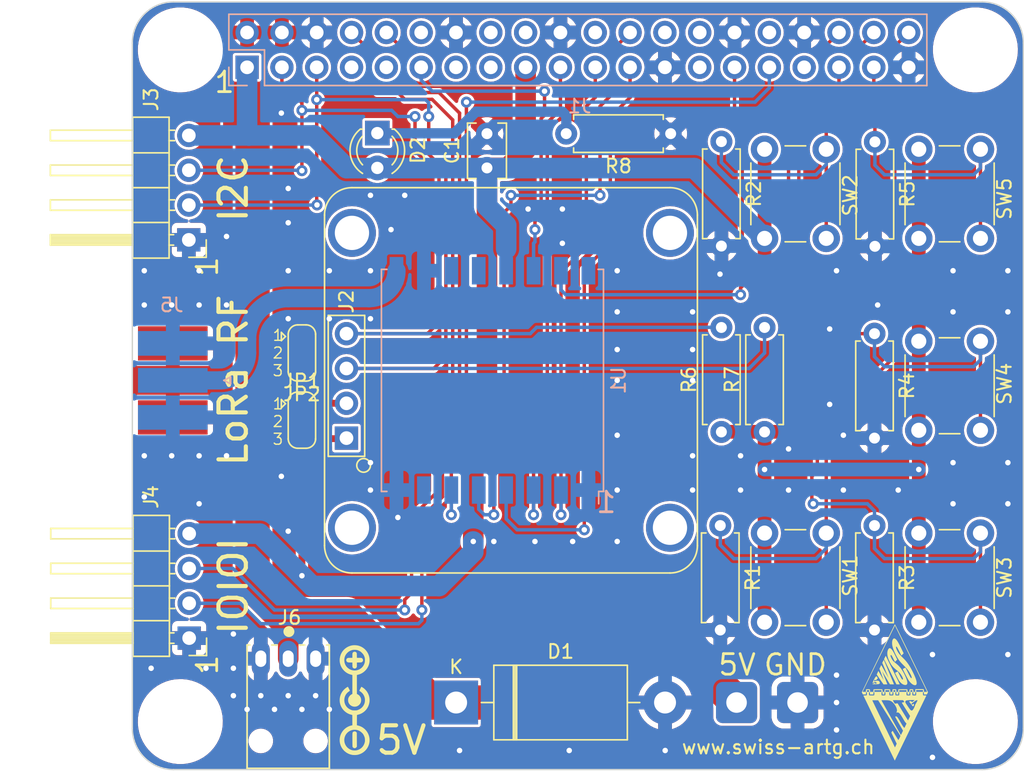
<source format=kicad_pcb>
(kicad_pcb (version 20221018) (generator pcbnew)
  (layers (0 "F.Cu" signal) (31 "B.Cu" signal) (34 "B.Paste" user) (35 "F.Paste" user) (36 "B.SilkS" user "B.Silkscreen") (37 "F.SilkS" user "F.Silkscreen") (38 "B.Mask" user) (39 "F.Mask" user) (44 "Edge.Cuts" user))
  (net 0 "")
  (net 1 "+3V3")
  (net 2 "+5V")
  (net 3 "SDA")
  (net 4 "Net-(D2-K)")
  (net 5 "SCL")
  (net 6 "GND")
  (net 8 "TX")
  (net 9 "SW4")
  (net 10 "RX")
  (net 12 "DID0")
  (net 13 "SW3")
  (net 16 "SW5")
  (net 18 "MOSI")
  (net 19 "SW2")
  (net 20 "MISO")
  (net 22 "SCK")
  (net 23 "CS")
  (net 24 "SW1")
  (net 28 "DID1")
  (net 30 "RESET")
  (net 34 "Net-(J5-In)")
  (net 37 "DP1")
  (net 38 "DP2")
  (footprint "RPi_Hat:RPi_Hat_Mounting_Hole" (layer "F.Cu") (at 171.900001 75.5)
    (fp_text reference "" hide)
    (fp_text value "" hide)
  )
  (footprint "RPi_Hat:RPi_Hat_Mounting_Hole" (layer "F.Cu") (at 113.900001 75.5)
    (fp_text reference "" hide)
    (fp_text value "" hide)
  )
  (footprint "RPi_Hat:RPi_Hat_Mounting_Hole" (layer "F.Cu") (at 113.900001 124.5)
    (fp_text reference "" hide)
    (fp_text value "" hide)
  )
  (footprint "RPi_Hat:RPi_Hat_Mounting_Hole" (layer "F.Cu") (at 171.900001 124.5)
    (fp_text reference "" hide)
    (fp_text value "" hide)
  )
  (footprint "Footprints:PJ-036DH" (layer "F.Cu") (at 121.77 119.9125 90)
    (fp_text reference "J6")
    (fp_text value "PJ-036DH")
  )
  (footprint "Diode_THT:D_DO-201AD_P15.24mm_Horizontal" (layer "F.Cu") (at 134.02 123.11)
    (fp_text reference "D1")
    (fp_text value "EGP30A")
  )
  (footprint "Footprints:R_Axial_DIN0207_L6.3mm_D2.5mm_P7.62mm_Horizontal" (layer "F.Cu") (at 164.57 82.21 -90)
    (fp_text reference "R5")
    (fp_text value "10k")
  )
  (footprint "Footprints:SwissARTG" (layer "F.Cu") (at 166.02 122.36)
    (fp_text reference "G***" hide)
    (fp_text value "LOGO" hide)
  )
  (footprint "Jumper:SolderJumper-3_P1.3mm_Open_RoundedPad1.0x1.5mm" (layer "F.Cu") (at 122.77 97.61 -90)
    (fp_text reference "JP2")
    (fp_text value "Jumper_3_Bridged12")
  )
  (footprint "Button_Switch_THT:SW_PUSH_6mm_H4.3mm" (layer "F.Cu") (at 167.77 89.25 90)
    (fp_text reference "SW5")
    (fp_text value "SW_Push")
  )
  (footprint "Capacitor_THT:C_Disc_D3.8mm_W2.6mm_P2.50mm" (layer "F.Cu") (at 136.27 84.11 90)
    (fp_text reference "C1")
    (fp_text value "0.1µ")
  )
  (footprint "Footprints:R_Axial_DIN0207_L6.3mm_D2.5mm_P7.62mm_Horizontal" (layer "F.Cu") (at 164.54 96.2 -90)
    (fp_text reference "R4")
    (fp_text value "10k")
  )
  (footprint "Footprints:R_Axial_DIN0207_L6.3mm_D2.5mm_P7.62mm_Horizontal" (layer "F.Cu") (at 153.37 82.19 -90)
    (fp_text reference "R2")
    (fp_text value "10k")
  )
  (footprint "Footprints:OLED_Display" (layer "F.Cu") (at 126.02 96.2)
    (fp_text reference "J2")
    (fp_text value "OLED Display")
  )
  (footprint "Button_Switch_THT:SW_PUSH_6mm_H4.3mm" (layer "F.Cu") (at 156.52 117.25 90)
    (fp_text reference "SW1")
    (fp_text value "SW_Push")
  )
  (footprint "Footprints:R_Axial_DIN0207_L6.3mm_D2.5mm_P7.62mm_Horizontal" (layer "F.Cu") (at 156.52 103.37 90)
    (fp_text reference "R7")
    (fp_text value "10k")
  )
  (footprint "Jumper:SolderJumper-3_P1.3mm_Open_RoundedPad1.0x1.5mm" (layer "F.Cu") (at 122.77 102.51 -90)
    (fp_text reference "JP1")
    (fp_text value "Jumper_3_Bridged12")
  )
  (footprint "Footprints:SolderWire" (layer "F.Cu") (at 158.927745 123.11 180)
    (fp_text reference "J8" hide)
    (fp_text value "Conn_01x01_Female")
  )
  (footprint "Button_Switch_THT:SW_PUSH_6mm_H4.3mm" (layer "F.Cu") (at 156.52 89.25 90)
    (fp_text reference "SW2")
    (fp_text value "SW_Push")
  )
  (footprint "Footprints:SolderWire" (layer "F.Cu") (at 154.477745 123.11 180)
    (fp_text reference "J7" hide)
    (fp_text value "Conn_01x01_Female")
  )
  (footprint "Footprints:R_Axial_DIN0207_L6.3mm_D2.5mm_P7.62mm_Horizontal" (layer "F.Cu") (at 153.29 110.2 -90)
    (fp_text reference "R1")
    (fp_text value "10k")
  )
  (footprint "Footprints:R_Axial_DIN0207_L6.3mm_D2.5mm_P7.62mm_Horizontal" (layer "F.Cu") (at 153.37 103.37 90)
    (fp_text reference "R6")
    (fp_text value "10k")
  )
  (footprint "Connector_PinHeader_2.54mm:PinHeader_1x04_P2.54mm_Horizontal" (layer "F.Cu") (at 114.545 118.41 180)
    (fp_text reference "J4")
    (fp_text value "Ext")
  )
  (footprint "Footprints:R_Axial_DIN0207_L6.3mm_D2.5mm_P7.62mm_Horizontal" (layer "F.Cu") (at 149.67 81.61 180)
    (fp_text reference "R8")
    (fp_text value "150")
  )
  (footprint "Footprints:LED_D3.0mm" (layer "F.Cu") (at 128.27 81.57 -90)
    (fp_text reference "D2")
    (fp_text value "PWR")
  )
  (footprint "Button_Switch_THT:SW_PUSH_6mm_H4.3mm" (layer "F.Cu") (at 167.77 103.25 90)
    (fp_text reference "SW4")
    (fp_text value "SW_Push")
  )
  (footprint "Connector_PinHeader_2.54mm:PinHeader_1x04_P2.54mm_Horizontal" (layer "F.Cu") (at 114.52 89.36 180)
    (fp_text reference "J3")
    (fp_text value "Ext")
  )
  (footprint "Footprints:R_Axial_DIN0207_L6.3mm_D2.5mm_P7.62mm_Horizontal" (layer "F.Cu") (at 164.54 110.2 -90)
    (fp_text reference "R3")
    (fp_text value "10k")
  )
  (footprint "Button_Switch_THT:SW_PUSH_6mm_H4.3mm" (layer "F.Cu") (at 167.77 117.25 90)
    (fp_text reference "SW3")
    (fp_text value "SW_Push")
  )
  (footprint "Footprints:Polarisation" (layer "F.Cu") (at 127.02 122.86 90)
    (fp_text reference "G***" hide)
    (fp_text value "LOGO" hide)
  )
  (footprint "Connector_PinSocket_2.54mm:PinSocket_2x20_P2.54mm_Vertical" (layer "B.Cu") (at 118.77 76.77 -90)
    (fp_text reference "J1")
    (fp_text value "GPIO")
  )
  (footprint "RF_Module:HOPERF_RFM9XW_SMD" (layer "B.Cu") (at 136.67 99.61 90)
    (fp_text reference "U1")
    (fp_text value "RFM96W-433S2")
  )
  (footprint "Footprints:SMA_RFSolutions_EDGE" (layer "B.Cu") (at 115.07 99.61)
    (fp_text reference "J5")
    (fp_text value "LoRa RF SMA")
  )
  (gr_circle (center 127.27 105.81) (end 127.77 105.81) (stroke (width 0.12)) (fill none) (layer "F.SilkS"))
  (gr_arc (start 113.400001 128) (mid 111.278681 127.12132) (end 110.400001 125) (stroke (width 0.1)) (layer "Edge.Cuts"))
  (gr_arc (start 175.400001 125) (mid 174.521321 127.12132) (end 172.400001 128) (stroke (width 0.1)) (layer "Edge.Cuts"))
  (gr_arc (start 110.400001 75) (mid 111.278681 72.87868) (end 113.400001 72) (stroke (width 0.1)) (layer "Edge.Cuts"))
  (gr_line (start 113.400001 72) (end 172.400001 72) (stroke (width 0.1)) (layer "Edge.Cuts"))
  (gr_arc (start 172.400001 72) (mid 174.521321 72.87868) (end 175.400001 75) (stroke (width 0.1)) (layer "Edge.Cuts"))
  (gr_line (start 113.400001 128) (end 172.400001 128) (stroke (width 0.1)) (layer "Edge.Cuts"))
  (gr_line (start 110.400001 75) (end 110.400001 125) (stroke (width 0.1)) (layer "Edge.Cuts"))
  (gr_line (start 175.400001 75) (end 175.400001 125) (stroke (width 0.1)) (layer "Edge.Cuts"))
  (gr_text "1" (at 144.97 108.51) (layer "B.SilkS") (effects (font (size 1.5 1.5) (thickness 0.2)) (justify mirror)))
  (gr_text "IOIOI" (at 117.77 114.61 90) (layer "F.SilkS") (effects (font (size 2 2) (thickness 0.3))))
  (gr_text "1\n2\n3" (at 121.02 97.61) (layer "F.SilkS") (effects (font (size 0.8 0.8) (thickness 0.1))))
  (gr_text "I2C" (at 117.77 85.61 90) (layer "F.SilkS") (effects (font (size 2 2) (thickness 0.3))))
  (gr_text "5V" (at 130.02 125.86) (layer "F.SilkS") (effects (font (size 2 2) (thickness 0.3))))
  (gr_text "GND" (at 158.77 120.36) (layer "F.SilkS") (effects (font (size 1.5 1.5) (thickness 0.2))))
  (gr_text "1\n2\n3" (at 121.02 102.61) (layer "F.SilkS") (effects (font (size 0.8 0.8) (thickness 0.1))))
  (gr_text "LoRa RF" (at 117.77 99.61 90) (layer "F.SilkS") (effects (font (size 2 2) (thickness 0.3))))
  (gr_text "www.swiss-artg.ch" (at 157.52 126.36) (layer "F.SilkS") (effects (font (size 1 1))))
  (gr_text "1" (at 117.12 77.86) (layer "F.SilkS") (effects (font (size 1.5 1.5) (thickness 0.2))))
  (gr_text "5V" (at 154.52 120.36) (layer "F.SilkS") (effects (font (size 1.5 1.5) (thickness 0.2))))
  (gr_text "1" (at 115.87 91.31 90) (layer "F.SilkS") (effects (font (size 1.5 1.5) (thickness 0.2))))
  (gr_text "1" (at 115.87 120.36 90) (layer "F.SilkS") (effects (font (size 1.5 1.5) (thickness 0.2))))
  (segment (start 156.52 110.75) (end 156.52 117.25) (width 1) (layer "F.Cu") (net 1))
  (segment (start 167.77 82.75) (end 167.77 89.25) (width 1) (layer "F.Cu") (net 1))
  (segment (start 121.920978 96.31) (end 121.27 96.960978) (width 0.5) (layer "F.Cu") (net 1))
  (segment (start 137.77 84.11) (end 139.09 82.79) (width 1.5) (layer "F.Cu") (net 1))
  (segment (start 167.77 103.25) (end 167.77 110.75) (width 1) (layer "F.Cu") (net 1))
  (segment (start 121.27 103.11) (end 121.97 103.81) (width 0.5) (layer "F.Cu") (net 1))
  (segment (start 139.09 82.79) (end 139.09 76.77) (width 1.5) (layer "F.Cu") (net 1))
  (segment (start 158.02 103.36) (end 156.52 103.36) (width 1) (layer "F.Cu") (net 1))
  (segment (start 156.52 106.11) (end 156.52 103.36) (width 1) (layer "F.Cu") (net 1))
  (segment (start 167.77 110.75) (end 167.77 117.25) (width 1) (layer "F.Cu") (net 1))
  (segment (start 121.27 96.960978) (end 121.27 103.11) (width 0.5) (layer "F.Cu") (net 1))
  (segment (start 122.77 103.81) (end 122.77 113.86) (width 0.5) (layer "F.Cu") (net 1))
  (segment (start 156.52 89.25) (end 156.52 91.86) (width 1) (layer "F.Cu") (net 1))
  (segment (start 122.77 96.31) (end 121.920978 96.31) (width 0.5) (layer "F.Cu") (net 1))
  (segment (start 167.77 89.25) (end 167.77 96.75) (width 1) (layer "F.Cu") (net 1))
  (segment (start 121.97 103.81) (end 122.77 103.81) (width 0.5) (layer "F.Cu") (net 1))
  (segment (start 136.27 101.61) (end 135.27 102.61) (width 1.5) (layer "F.Cu") (net 1))
  (segment (start 156.52 110.75) (end 156.52 106.11) (width 1) (layer "F.Cu") (net 1))
  (segment (start 159.02 102.36) (end 158.02 103.36) (width 1) (layer "F.Cu") (net 1))
  (segment (start 135.27 111.36) (end 135.27 102.61) (width 1.5) (layer "F.Cu") (net 1))
  (segment (start 156.52 91.86) (end 159.02 94.36) (width 1) (layer "F.Cu") (net 1))
  (segment (start 156.52 103.36) (end 153.37 103.36) (width 1) (layer "F.Cu") (net 1))
  (segment (start 136.27 84.11) (end 136.27 101.61) (width 1.5) (layer "F.Cu") (net 1))
  (segment (start 159.02 94.36) (end 159.02 102.36) (width 1) (layer "F.Cu") (net 1))
  (segment (start 167.77 96.75) (end 167.77 103.25) (width 1) (layer "F.Cu") (net 1))
  (segment (start 137.77 84.11) (end 136.27 84.11) (width 1.5) (layer "F.Cu") (net 1))
  (segment (start 156.52 82.75) (end 156.52 89.25) (width 1) (layer "F.Cu") (net 1))
  (via (at 156.52 106.11) (size 0.8) (drill 0.4) (layers "F.Cu" "B.Cu") (net 1))
  (via (at 122.77 113.86) (size 0.8) (drill 0.4) (layers "F.Cu" "B.Cu") (net 1))
  (via (at 167.77 106.11) (size 0.8) (drill 0.4) (layers "F.Cu" "B.Cu") (net 1))
  (via (at 135.27 111.36) (size 0.8) (drill 0.4) (layers "F.Cu" "B.Cu") (net 1))
  (segment (start 122.77 113.86) (end 123.52 114.61) (width 1.5) (layer "B.Cu") (net 1))
  (segment (start 151.395 84.125) (end 156.52 89.25) (width 1.5) (layer "B.Cu") (net 1))
  (segment (start 136.285 84.125) (end 151.395 84.125) (width 1.5) (layer "B.Cu") (net 1))
  (segment (start 136.27 86.91) (end 136.27 84.11) (width 1.5) (layer "B.Cu") (net 1))
  (segment (start 114.545 110.79) (end 119.7 110.79) (width 1.5) (layer "B.Cu") (net 1))
  (segment (start 119.7 110.79) (end 122.77 113.86) (width 1.5) (layer "B.Cu") (net 1))
  (segment (start 126.035 84.125) (end 127.77 84.125) (width 1.5) (layer "B.Cu") (net 1))
  (segment (start 123.52 114.61) (end 132.77 114.61) (width 1.5) (layer "B.Cu") (net 1))
  (segment (start 123.65 81.74) (end 126.035 84.125) (width 1.5) (layer "B.Cu") (net 1))
  (segment (start 114.52 81.74) (end 118.89 81.74) (width 1.5) (layer "B.Cu") (net 1))
  (segment (start 156.52 106.11) (end 167.77 106.11) (width 1) (layer "B.Cu") (net 1))
  (segment (start 137.67 88.31) (end 137.67 90.01) (width 1.5) (layer "B.Cu") (net 1))
  (segment (start 136.27 84.14) (end 136.285 84.125) (width 1.5) (layer "B.Cu") (net 1))
  (segment (start 136.27 86.91) (end 137.67 88.31) (width 1.5) (layer "B.Cu") (net 1))
  (segment (start 137.67 91.61) (end 137.67 90.01) (width 0.75) (layer "B.Cu") (net 1))
  (segment (start 118.77 81.62) (end 118.77 76.77) (width 1.5) (layer "B.Cu") (net 1))
  (segment (start 135.035 84.125) (end 136.285 84.125) (width 1.5) (layer "B.Cu") (net 1))
  (segment (start 118.89 81.74) (end 123.65 81.74) (width 1.5) (layer "B.Cu") (net 1))
  (segment (start 118.89 81.74) (end 118.77 81.62) (width 1.5) (layer "B.Cu") (net 1))
  (segment (start 132.77 114.61) (end 135.27 112.11) (width 1.5) (layer "B.Cu") (net 1))
  (segment (start 127.77 84.125) (end 135.035 84.125) (width 1.5) (layer "B.Cu") (net 1))
  (segment (start 135.27 112.11) (end 135.27 111.36) (width 1.5) (layer "B.Cu") (net 1))
  (segment (start 141.27 123.11) (end 144.77 119.61) (width 2.5) (layer "F.Cu") (net 2))
  (segment (start 144.77 119.61) (end 150.977745 119.61) (width 2.5) (layer "F.Cu") (net 2))
  (segment (start 121.47 116.86) (end 126.02 116.86) (width 2.5) (layer "F.Cu") (net 2))
  (segment (start 119.17 114.56) (end 121.47 116.86) (width 2.5) (layer "F.Cu") (net 2))
  (segment (start 121.77 117.16) (end 121.47 116.86) (width 1.5) (layer "F.Cu") (net 2))
  (segment (start 126.02 116.86) (end 132.27 123.11) (width 2.5) (layer "F.Cu") (net 2))
  (segment (start 121.77 119.9125) (end 121.77 117.16) (width 1.5) (layer "F.Cu") (net 2))
  (segment (start 132.27 123.11) (end 134.02 123.11) (width 2.5) (layer "F.Cu") (net 2))
  (segment (start 150.977745 119.61) (end 154.477745 123.11) (width 2.5) (layer "F.Cu") (net 2))
  (segment (start 119.17 80.01) (end 119.17 114.56) (width 2.5) (layer "F.Cu") (net 2))
  (segment (start 134.02 123.11) (end 141.27 123.11) (width 2.5) (layer "F.Cu") (net 2))
  (segment (start 132.77 84.61) (end 132.77 95.36) (width 0.25) (layer "F.Cu") (net 3))
  (segment (start 122.77 79.91) (end 122.77 84.11) (width 0.25) (layer "F.Cu") (net 3))
  (segment (start 131.02 80.36) (end 131.02 82.86) (width 0.25) (layer "F.Cu") (net 3))
  (segment (start 131.02 82.86) (end 132.77 84.61) (width 0.25) (layer "F.Cu") (net 3))
  (segment (start 121.31 77.9) (end 122.77 79.36) (width 0.25) (layer "F.Cu") (net 3))
  (segment (start 122.77 79.36) (end 122.77 79.91) (width 0.25) (layer "F.Cu") (net 3))
  (segment (start 121.31 76.77) (end 121.31 77.9) (width 0.25) (layer "F.Cu") (net 3))
  (segment (start 131.93 96.2) (end 126.02 96.2) (width 0.25) (layer "F.Cu") (net 3))
  (segment (start 132.77 95.36) (end 131.93 96.2) (width 0.25) (layer "F.Cu") (net 3))
  (via (at 131.02 80.36) (size 0.8) (drill 0.4) (layers "F.Cu" "B.Cu") (net 3))
  (via (at 122.77 79.91) (size 0.8) (drill 0.4) (layers "F.Cu" "B.Cu") (net 3))
  (via (at 122.77 84.31) (size 0.8) (drill 0.4) (layers "F.Cu" "B.Cu") (net 3))
  (segment (start 139.89 95.74) (end 153.37 95.74) (width 0.25) (layer "B.Cu") (net 3))
  (segment (start 122.74 84.28) (end 114.52 84.28) (width 0.25) (layer "B.Cu") (net 3))
  (segment (start 129.32 79.91) (end 129.77 80.36) (width 0.25) (layer "B.Cu") (net 3))
  (segment (start 122.77 79.91) (end 129.32 79.91) (width 0.25) (layer "B.Cu") (net 3))
  (segment (start 122.77 84.31) (end 122.74 84.28) (width 0.25) (layer "B.Cu") (net 3))
  (segment (start 139.43 96.2) (end 139.89 95.74) (width 0.25) (layer "B.Cu") (net 3))
  (segment (start 129.77 80.36) (end 131.02 80.36) (width 0.25) (layer "B.Cu") (net 3))
  (segment (start 126.02 96.2) (end 139.43 96.2) (width 0.25) (layer "B.Cu") (net 3))
  (segment (start 133.895 81.585) (end 135.47 80.01) (width 0.75) (layer "B.Cu") (net 4))
  (segment (start 142.07 80.31) (end 142.06 80.32) (width 0.75) (layer "B.Cu") (net 4))
  (segment (start 141.77 80.01) (end 142.07 80.31) (width 0.75) (layer "B.Cu") (net 4))
  (segment (start 135.47 80.01) (end 141.77 80.01) (width 0.75) (layer "B.Cu") (net 4))
  (segment (start 142.06 80.32) (end 142.06 81.61) (width 0.75) (layer "B.Cu") (net 4))
  (segment (start 128.27 81.585) (end 133.895 81.585) (width 0.75) (layer "B.Cu") (net 4))
  (segment (start 132.02 83.11) (end 133.27 84.36) (width 0.25) (layer "F.Cu") (net 5))
  (segment (start 123.85 86.79) (end 123.87 86.81) (width 0.25) (layer "F.Cu") (net 5))
  (segment (start 123.85 76.77) (end 123.85 79.13) (width 0.25) (layer "F.Cu") (net 5))
  (segment (start 123.85 79.13) (end 123.85 86.79) (width 0.25) (layer "F.Cu") (net 5))
  (segment (start 132.39 98.74) (end 126.02 98.74) (width 0.25) (layer "F.Cu") (net 5))
  (segment (start 133.27 84.36) (end 133.27 97.86) (width 0.25) (layer "F.Cu") (net 5))
  (segment (start 133.27 97.86) (end 132.39 98.74) (width 0.25) (layer "F.Cu") (net 5))
  (segment (start 132.02 80.36) (end 132.02 83.11) (width 0.25) (layer "F.Cu") (net 5))
  (via (at 123.87 86.81) (size 0.8) (drill 0.4) (layers "F.Cu" "B.Cu") (net 5))
  (via (at 132.02 80.36) (size 0.8) (drill 0.4) (layers "F.Cu" "B.Cu") (net 5))
  (via (at 123.85 79.13) (size 0.8) (drill 0.4) (layers "F.Cu" "B.Cu") (net 5))
  (segment (start 129.29 79.13) (end 131.79 79.13) (width 0.25) (layer "B.Cu") (net 5))
  (segment (start 131.79 79.13) (end 132.02 79.36) (width 0.25) (layer "B.Cu") (net 5))
  (segment (start 126.02 98.74) (end 134.64 98.74) (width 0.25) (layer "B.Cu") (net 5))
  (segment (start 132.02 79.36) (end 132.02 80.36) (width 0.25) (layer "B.Cu") (net 5))
  (segment (start 134.64 98.74) (end 155.39 98.74) (width 0.25) (layer "B.Cu") (net 5))
  (segment (start 123.87 79.11) (end 123.85 79.13) (width 0.25) (layer "B.Cu") (net 5))
  (segment (start 155.39 98.74) (end 156.52 97.61) (width 0.25) (layer "B.Cu") (net 5))
  (segment (start 156.52 97.61) (end 156.52 95.74) (width 0.25) (layer "B.Cu") (net 5))
  (segment (start 123.87 86.81) (end 123.86 86.82) (width 0.25) (layer "B.Cu") (net 5))
  (segment (start 123.85 79.13) (end 129.29 79.13) (width 0.25) (layer "B.Cu") (net 5))
  (segment (start 123.86 86.82) (end 114.52 86.82) (width 0.25) (layer "B.Cu") (net 5))
  (via (at 117.27 105.11) (size 0.8) (drill 0.4) (layers "F.Cu" "B.Cu") (net 6))
  (via (at 166.27 107.61) (size 0.8) (drill 0.4) (layers "F.Cu" "B.Cu") (net 6))
  (via (at 111.27 91.61) (size 0.8) (drill 0.4) (layers "F.Cu" "B.Cu") (net 6))
  (via (at 121.77 95.11) (size 0.8) (drill 0.4) (layers "F.Cu" "B.Cu") (net 6))
  (via (at 121.77 110.61) (size 0.8) (drill 0.4) (layers "F.Cu" "B.Cu") (net 6))
  (via (at 121.27 106.61) (size 0.8) (drill 0.4) (layers "F.Cu" "B.Cu") (net 6))
  (via (at 124.77 95.11) (size 0.8) (drill 0.4) (layers "F.Cu" "B.Cu") (net 6))
  (via (at 145.77 97.36) (size 0.8) (drill 0.4) (layers "F.Cu" "B.Cu") (net 6))
  (via (at 158.27 104.61) (size 0.8) (drill 0.4) (layers "F.Cu" "B.Cu") (net 6))
  (via (at 142.52 111.36) (size 0.8) (drill 0.4) (layers "F.Cu" "B.Cu") (net 6))
  (via (at 139.27 87.11) (size 0.8) (drill 0.4) (layers "F.Cu" "B.Cu") (net 6))
  (via (at 161.77 91.61) (size 0.8) (drill 0.4) (layers "F.Cu" "B.Cu") (net 6))
  (via (at 164.77 94.11) (size 0.8) (drill 0.4) (layers "F.Cu" "B.Cu") (net 6))
  (via (at 151.27 107.61) (size 0.8) (drill 0.4) (layers "F.Cu" "B.Cu") (net 6))
  (via (at 141.77 87.11) (size 0.8) (drill 0.4) (layers "F.Cu" "B.Cu") (net 6))
  (via (at 170.27 94.61) (size 0.8) (drill 0.4) (layers "F.Cu" "B.Cu") (net 6))
  (via (at 121.77 122.61) (size 0.8) (drill 0.4) (layers "F.Cu" "B.Cu") (net 6))
  (via (at 174.27 108.61) (size 0.8) (drill 0.4) (layers "F.Cu" "B.Cu") (net 6))
  (via (at 115.27 105.11) (size 0.8) (drill 0.4) (layers "F.Cu" "B.Cu") (net 6))
  (via (at 113.27 105.11) (size 0.8) (drill 0.4) (layers "F.Cu" "B.Cu") (net 6))
  (via (at 162.27 107.61) (size 0.8) (drill 0.4) (layers "F.Cu" "B.Cu") (net 6))
  (via (at 111.27 108.11) (size 0.8) (drill 0.4) (layers "F.Cu" "B.Cu") (net 6))
  (via (at 151.27 99.61) (size 0.8) (drill 0.4) (layers "F.Cu" "B.Cu") (net 6))
  (via (at 115.27 108.61) (size 0.8) (drill 0.4) (layers "F.Cu" "B.Cu") (net 6))
  (via (at 154.77 105.11) (size 0.8) (drill 0.4) (layers "F.Cu" "B.Cu") (net 6))
  (via (at 145.77 94.61) (size 0.8) (drill 0.4) (layers "F.Cu" "B.Cu") (net 6))
  (via (at 154.77 107.61) (size 0.8) (drill 0.4) (layers "F.Cu" "B.Cu") (net 6))
  (via (at 161.77 121.11) (size 0.8) (drill 0.4) (layers "F.Cu" "B.Cu") (net 6))
  (via (at 162.27 103.61) (size 0.8) (drill 0.4) (layers "F.Cu" "B.Cu") (net 6))
  (via (at 174.27 105.61) (size 0.8) (drill 0.4) (layers "F.Cu" "B.Cu") (net 6))
  (via (at 121.77 85.61) (size 0.8) (drill 0.4) (layers "F.Cu" "B.Cu") (net 6))
  (via (at 118.77 123.61) (size 0.8) (drill 0.4) (layers "F.Cu" "B.Cu") (net 6))
  (via (at 149.27 126.61) (size 0.8) (drill 0.4) (layers "F.Cu" "B.Cu") (net 6))
  (via (at 168.77 119.61) (size 0.8) (drill 0.4) (layers "F.Cu" "B.Cu") (net 6))
  (via (at 127.77 107.61) (size 0.8) (drill 0.4) (layers "F.Cu" "B.Cu") (net 6))
  (via (at 127.77 91.61) (size 0.8) (drill 0.4) (layers "F.Cu" "B.Cu") (net 6))
  (via (at 170.27 105.61) (size 0.8) (drill 0.4) (layers "F.Cu" "B.Cu") (net 6))
  (via (at 151.27 105.11) (size 0.8) (drill 0.4) (layers "F.Cu" "B.Cu") (net 6))
  (via (at 117.77 118.11) (size 0.8) (drill 0.4) (layers "F.Cu" "B.Cu") (net 6))
  (via (at 174.27 91.61) (size 0.8) (drill 0.4) (layers "F.Cu" "B.Cu") (net 6))
  (via (at 122.77 123.61) (size 0.8) (drill 0.4) (layers "F.Cu" "B.Cu") (net 6))
  (via (at 161.77 125.11) (size 0.8) (drill 0.4) (layers "F.Cu" "B.Cu") (net 6))
  (via (at 145.77 103.61) (size 0.8) (drill 0.4) (layers "F.Cu" "B.Cu") (net 6))
  (via (at 151.27 94.61) (size 0.8) (drill 0.4) (layers "F.Cu" "B.Cu") (net 6))
  (via (at 120.77 123.61) (size 0.8) (drill 0.4) (layers "F.Cu" "B.Cu") (net 6))
  (via (at 136.77 111.36) (size 0.8) (drill 0.4) (layers "F.Cu" "B.Cu") (net 6))
  (via (at 111.77 120.61) (size 0.8) (drill 0.4) (layers "F.Cu" "B.Cu") (net 6))
  (via (at 145.77 111.36) (size 0.8) (drill 0.4) (layers "F.Cu" "B.Cu") (net 6))
  (via (at 134.27 126.61) (size 0.8) (drill 0.4) (layers "F.Cu" "B.Cu") (net 6))
  (via (at 161.27 95.86) (size 0.8) (drill 0.4) (layers "F.Cu" "B.Cu") (net 6))
  (via (at 145.77 107.61) (size 0.8) (drill 0.4) (layers "F.Cu" "B.Cu") (net 6))
  (via (at 158.27 107.61) (size 0.8) (drill 0.4) (layers "F.Cu" "B.Cu") (net 6))
  (via (at 161.27 101.36) (size 0.8) (drill 0.4) (layers "F.Cu" "B.Cu") (net 6))
  (via (at 117.77 122.61) (size 0.8) (drill 0.4) (layers "F.Cu" "B.Cu") (net 6))
  (via (at 129.27 88.61) (size 0.8) (drill 0.4) (layers "F.Cu" "B.Cu") (net 6))
  (via (at 124.77 123.61) (size 0.8) (drill 0.4) (layers "F.Cu" "B.Cu") (net 6))
  (via (at 113.27 94.11) (size 0.8) (drill 0.4) (layers "F.Cu" "B.Cu") (net 6))
  (via (at 117.77 120.61) (size 0.8) (drill 0.4) (layers "F.Cu" "B.Cu") (net 6))
  (via (at 115.27 91.61) (size 0.8) (drill 0.4) (layers "F.Cu" "B.Cu") (net 6))
  (via (at 115.77 120.61) (size 0.8) (drill 0.4) (layers "F.Cu" "B.Cu") (net 6))
  (via (at 111.27 105.11) (size 0.8) (drill 0.4) (layers "F.Cu" "B.Cu") (net 6))
  (via (at 129.77 109.61) (size 0.8) (drill 0.4) (layers "F.Cu" "B.Cu") (net 6))
  (via (at 161.77 123.11) (size 0.8) (drill 0.4) (layers "F.Cu" "B.Cu") (net 6))
  (via (at 151.27 97.36) (size 0.8) (drill 0.4) (layers "F.Cu" "B.Cu") (net 6))
  (via (at 124.77 91.61) (size 0.8) (drill 0.4) (layers "F.Cu" "B.Cu") (net 6))
  (via (at 130.27 86.11) (size 0.8) (drill 0.4) (layers "F.Cu" "B.Cu") (net 6))
  (via (at 121.27 80.11) (size 0.8) (drill 0.4) (layers "F.Cu" "B.Cu") (net 6))
  (via (at 174.27 94.61) (size 0.8) (drill 0.4) (layers "F.Cu" "B.Cu") (net 6))
  (via (at 121.77 88.11) (size 0.8) (drill 0.4) (layers "F.Cu" "B.Cu") (net 6))
  (via (at 170.27 108.61) (size 0.8) (drill 0.4) (layers "F.Cu" "B.Cu") (net 6))
  (via (at 111.27 94.11) (size 0.8) (drill 0.4) (layers "F.Cu" "B.Cu") (net 6))
  (via (at 127.77 95.11) (size 0.8) (drill 0.4) (layers "F.Cu" "B.Cu") (net 6))
  (via (at 119.77 122.61) (size 0.8) (drill 0.4) (layers "F.Cu" "B.Cu") (net 6))
  (via (at 115.27 94.11) (size 0.8) (drill 0.4) (layers "F.Cu" "B.Cu") (net 6))
  (via (at 127.77 105.61) (size 0.8) (drill 0.4) (layers "F.Cu" "B.Cu") (net 6))
  (via (at 121.77 91.61) (size 0.8) (drill 0.4) (layers "F.Cu" "B.Cu") (net 6))
  (via (at 142.27 126.61) (size 0.8) (drill 0.4) (layers "F.Cu" "B.Cu") (net 6))
  (via (at 153.27 91.86) (size 0.8) (drill 0.4) (layers "F.Cu" "B.Cu") (net 6))
  (via (at 123.77 122.61) (size 0.8) (drill 0.4) (layers "F.Cu" "B.Cu") (net 6))
  (via (at 117.27 94.11) (size 0.8) (drill 0.4) (layers "F.Cu" "B.Cu") (net 6))
  (via (at 145.77 99.61) (size 0.8) (drill 0.4) (layers "F.Cu" "B.Cu") (net 6))
  (via (at 168.77 127.11) (size 0.8) (drill 0.4) (layers "F.Cu" "B.Cu") (net 6))
  (via (at 127.77 86.11) (size 0.8) (drill 0.4) (layers "F.Cu" "B.Cu") (net 6))
  (via (at 145.77 91.61) (size 0.8) (drill 0.4) (layers "F.Cu" "B.Cu") (net 6))
  (via (at 139.77 111.36) (size 0.8) (drill 0.4) (layers "F.Cu" "B.Cu") (net 6))
  (via (at 141.77 89.61) (size 0.8) (drill 0.4) (layers "F.Cu" "B.Cu") (net 6))
  (via (at 174.27 119.61) (size 0.8) (drill 0.4) (layers "F.Cu" "B.Cu") (net 6))
  (via (at 117.27 89.11) (size 0.8) (drill 0.4) (layers "F.Cu" "B.Cu") (net 6))
  (via (at 170.27 91.61) (size 0.8) (drill 0.4) (layers "F.Cu" "B.Cu") (net 6))
  (segment (start 128.27 78.61) (end 129.77 78.61) (width 0.25) (layer "F.Cu") (net 8))
  (segment (start 132.52 101.36) (end 133.77 100.11) (width 0.25) (layer "F.Cu") (net 8))
  (segment (start 127.66 75.5) (end 127.66 77.75) (width 0.25) (layer "F.Cu") (net 8))
  (segment (start 130.27 115.61) (end 130.77 115.11) (width 0.25) (layer "F.Cu") (net 8))
  (segment (start 130.77 109.61) (end 132.52 107.86) (width 0.25) (layer "F.Cu") (net 8))
  (segment (start 127.66 77.75) (end 127.66 78) (width 0.25) (layer "F.Cu") (net 8))
  (segment (start 133.77 100.11) (end 133.77 80.61) (width 0.25) (layer "F.Cu") (net 8))
  (segment (start 127.66 78) (end 128.27 78.61) (width 0.25) (layer "F.Cu") (net 8))
  (segment (start 130.77 115.11) (end 130.77 109.61) (width 0.25) (layer "F.Cu") (net 8))
  (segment (start 133.77 80.61) (end 132.27 79.11) (width 0.25) (layer "F.Cu") (net 8))
  (segment (start 130.27 116.36) (end 130.27 115.61) (width 0.25) (layer "F.Cu") (net 8))
  (segment (start 130.27 79.11) (end 132.27 79.11) (width 0.25) (layer "F.Cu") (net 8))
  (segment (start 126.39 74.23) (end 127.66 75.5) (width 0.25) (layer "F.Cu") (net 8))
  (segment (start 132.52 107.86) (end 132.52 101.36) (width 0.25) (layer "F.Cu") (net 8))
  (segment (start 129.77 78.61) (end 130.27 79.11) (width 0.25) (layer "F.Cu") (net 8))
  (via (at 130.27 116.36) (size 0.8) (drill 0.4) (layers "F.Cu" "B.Cu") (net 8))
  (segment (start 120.77 116.36) (end 117.74 113.33) (width 0.25) (layer "B.Cu") (net 8))
  (segment (start 117.74 113.33) (end 114.545 113.33) (width 0.25) (layer "B.Cu") (net 8))
  (segment (start 130.27 116.36) (end 120.77 116.36) (width 0.25) (layer "B.Cu") (net 8))
  (segment (start 161.95 78.68) (end 159.02 81.61) (width 0.25) (layer "F.Cu") (net 9))
  (segment (start 159.02 90.84) (end 161.36 93.18) (width 0.25) (layer "F.Cu") (net 9))
  (segment (start 172.27 96.75) (end 172.27 103.25) (width 0.25) (layer "F.Cu") (net 9))
  (segment (start 162.96 96.2) (end 164.54 96.2) (width 0.25) (layer "F.Cu") (net 9))
  (segment (start 159.02 90.84) (end 159.02 81.61) (width 0.25) (layer "F.Cu") (net 9))
  (segment (start 161.36 93.18) (end 161.36 94.6) (width 0.25) (layer "F.Cu") (net 9))
  (segment (start 161.95 76.77) (end 161.95 78.68) (width 0.25) (layer "F.Cu") (net 9))
  (segment (start 161.36 94.6) (end 162.96 96.2) (width 0.25) (layer "F.Cu") (net 9))
  (segment (start 172.27 98.11) (end 172.27 96.75) (width 0.25) (layer "B.Cu") (net 9))
  (segment (start 164.54 96.2) (end 164.54 97.88) (width 0.25) (layer "B.Cu") (net 9))
  (segment (start 171.77 98.61) (end 172.27 98.11) (width 0.25) (layer "B.Cu") (net 9))
  (segment (start 165.27 98.61) (end 171.77 98.61) (width 0.25) (layer "B.Cu") (net 9))
  (segment (start 164.54 97.88) (end 165.27 98.61) (width 0.25) (layer "B.Cu") (net 9))
  (segment (start 132.77 78.61) (end 134.27 80.11) (width 0.25) (layer "F.Cu") (net 10))
  (segment (start 134.27 100.61) (end 133.02 101.86) (width 0.25) (layer "F.Cu") (net 10))
  (segment (start 134.27 80.11) (end 134.27 100.61) (width 0.25) (layer "F.Cu") (net 10))
  (segment (start 133.02 108.11) (end 131.52 109.61) (width 0.25) (layer "F.Cu") (net 10))
  (segment (start 133.02 101.86) (end 133.02 108.11) (width 0.25) (layer "F.Cu") (net 10))
  (segment (start 131.52 109.61) (end 131.52 116.36) (width 0.25) (layer "F.Cu") (net 10))
  (segment (start 130.2 75.5) (end 128.93 74.23) (width 0.25) (layer "F.Cu") (net 10))
  (segment (start 130.2 78.04) (end 130.77 78.61) (width 0.25) (layer "F.Cu") (net 10))
  (segment (start 130.2 78.04) (end 130.2 75.5) (width 0.25) (layer "F.Cu") (net 10))
  (segment (start 130.77 78.61) (end 132.77 78.61) (width 0.25) (layer "F.Cu") (net 10))
  (via (at 131.52 116.36) (size 0.8) (drill 0.4) (layers "F.Cu" "B.Cu") (net 10))
  (segment (start 131.27 117.36) (end 119.77 117.36) (width 0.25) (layer "B.Cu") (net 10))
  (segment (start 131.52 116.36) (end 131.52 117.11) (width 0.25) (layer "B.Cu") (net 10))
  (segment (start 118.27 115.86) (end 118.26 115.87) (width 0.25) (layer "B.Cu") (net 10))
  (segment (start 131.52 117.11) (end 131.27 117.36) (width 0.25) (layer "B.Cu") (net 10))
  (segment (start 119.77 117.36) (end 118.27 115.86) (width 0.25) (layer "B.Cu") (net 10))
  (segment (start 118.26 115.87) (end 114.545 115.87) (width 0.25) (layer "B.Cu") (net 10))
  (segment (start 139.77 88.01) (end 139.77 88.61) (width 0.25) (layer "F.Cu") (net 12))
  (segment (start 140.47 78.31) (end 140.47 80.26) (width 0.25) (layer "F.Cu") (net 12))
  (segment (start 140.22 80.51) (end 140.22 87.56) (width 0.25) (layer "F.Cu") (net 12))
  (segment (start 140.22 87.56) (end 139.77 88.01) (width 0.25) (layer "F.Cu") (net 12))
  (segment (start 140.47 80.26) (end 140.22 80.51) (width 0.25) (layer "F.Cu") (net 12))
  (via (at 140.47 78.51) (size 0.8) (drill 0.4) (layers "F.Cu" "B.Cu") (net 12))
  (via (at 139.77 88.61) (size 0.8) (drill 0.4) (layers "F.Cu" "B.Cu") (net 12))
  (segment (start 132.27 78.51) (end 140.47 78.51) (width 0.25) (layer "B.Cu") (net 12))
  (segment (start 139.77 88.61) (end 139.77 89.51) (width 0.25) (layer "B.Cu") (net 12))
  (segment (start 131.47 77.71) (end 132.27 78.51) (width 0.25) (layer "B.Cu") (net 12))
  (segment (start 139.77 89.51) (end 139.67 89.61) (width 0.25) (layer "B.Cu") (net 12))
  (segment (start 139.67 89.61) (end 139.67 91.61) (width 0.25) (layer "B.Cu") (net 12))
  (segment (start 131.47 76.77) (end 131.47 77.71) (width 0.25) (layer "B.Cu") (net 12))
  (segment (start 158.27 80.86) (end 158.27 91.21) (width 0.25) (layer "F.Cu") (net 13))
  (segment (start 160.37 106.21) (end 159.97 106.61) (width 0.25) (layer "F.Cu") (net 13))
  (segment (start 159.97 108.51) (end 160.07 108.61) (width 0.25) (layer "F.Cu") (net 13))
  (segment (start 160.37 93.31) (end 160.37 106.21) (width 0.25) (layer "F.Cu") (net 13))
  (segment (start 160.69 75.49) (end 160.69 78.44) (width 0.25) (layer "F.Cu") (net 13))
  (segment (start 159.97 106.61) (end 159.97 108.51) (width 0.25) (layer "F.Cu") (net 13))
  (segment (start 158.27 91.21) (end 160.37 93.31) (width 0.25) (layer "F.Cu") (net 13))
  (segment (start 161.95 74.23) (end 160.69 75.49) (width 0.25) (layer "F.Cu") (net 13))
  (segment (start 160.69 78.44) (end 158.27 80.86) (width 0.25) (layer "F.Cu") (net 13))
  (segment (start 172.27 110.75) (end 172.27 117.25) (width 0.25) (layer "F.Cu") (net 13))
  (via (at 160.07 108.61) (size 0.8) (drill 0.4) (layers "F.Cu" "B.Cu") (net 13))
  (segment (start 171.77 112.61) (end 172.27 112.11) (width 0.25) (layer "B.Cu") (net 13))
  (segment (start 164.02 108.61) (end 164.54 109.13) (width 0.25) (layer "B.Cu") (net 13))
  (segment (start 165.27 112.61) (end 171.77 112.61) (width 0.25) (layer "B.Cu") (net 13))
  (segment (start 160.27 108.61) (end 164.02 108.61) (width 0.25) (layer "B.Cu") (net 13))
  (segment (start 164.54 111.88) (end 165.27 112.61) (width 0.25) (layer "B.Cu") (net 13))
  (segment (start 172.27 112.11) (end 172.27 110.75) (width 0.25) (layer "B.Cu") (net 13))
  (segment (start 164.54 109.13) (end 164.54 110.2) (width 0.25) (layer "B.Cu") (net 13))
  (segment (start 164.54 110.2) (end 164.54 111.88) (width 0.25) (layer "B.Cu") (net 13))
  (segment (start 160.07 108.61) (end 160.27 108.61) (width 0.25) (layer "B.Cu") (net 13))
  (segment (start 164.49 79.59) (end 164.57 79.67) (width 0.25) (layer "F.Cu") (net 16))
  (segment (start 164.49 76.77) (end 164.49 79.59) (width 0.25) (layer "F.Cu") (net 16))
  (segment (start 172.27 82.75) (end 172.27 89.25) (width 0.25) (layer "F.Cu") (net 16))
  (segment (start 164.57 79.67) (end 164.57 82.21) (width 0.25) (layer "F.Cu") (net 16))
  (segment (start 164.57 83.91) (end 165.27 84.61) (width 0.25) (layer "B.Cu") (net 16))
  (segment (start 165.27 84.61) (end 171.77 84.61) (width 0.25) (layer "B.Cu") (net 16))
  (segment (start 164.57 82.21) (end 164.57 83.91) (width 0.25) (layer "B.Cu") (net 16))
  (segment (start 171.77 84.61) (end 172.27 84.11) (width 0.25) (layer "B.Cu") (net 16))
  (segment (start 172.27 84.11) (end 172.27 82.75) (width 0.25) (layer "B.Cu") (net 16))
  (segment (start 139.67 104.46) (end 139.67 109.41) (width 0.25) (layer "F.Cu") (net 18))
  (segment (start 141.63 79.85) (end 140.67 80.81) (width 0.25) (layer "F.Cu") (net 18))
  (segment (start 141.63 76.77) (end 141.63 79.85) (width 0.25) (layer "F.Cu") (net 18))
  (segment (start 140.67 103.46) (end 140.52 103.61) (width 0.25) (layer "F.Cu") (net 18))
  (segment (start 140.52 103.61) (end 139.67 104.46) (width 0.25) (layer "F.Cu") (net 18))
  (segment (start 140.67 80.81) (end 140.67 103.46) (width 0.25) (layer "F.Cu") (net 18))
  (via (at 139.67 109.41) (size 0.8) (drill 0.4) (layers "F.Cu" "B.Cu") (net 18))
  (segment (start 139.67 109.41) (end 139.67 107.61) (width 0.25) (layer "B.Cu") (net 18))
  (segment (start 161.02 82.75) (end 161.02 89.25) (width 0.25) (layer "F.Cu") (net 19))
  (segment (start 163.22 78.78) (end 161.02 80.98) (width 0.25) (layer "F.Cu") (net 19))
  (segment (start 164.49 74.23) (end 163.22 75.5) (width 0.25) (layer "F.Cu") (net 19))
  (segment (start 161.02 80.98) (end 161.02 82.75) (width 0.25) (layer "F.Cu") (net 19))
  (segment (start 163.22 75.5) (end 163.22 78.78) (width 0.25) (layer "F.Cu") (net 19))
  (segment (start 153.37 83.71) (end 154.27 84.61) (width 0.25) (layer "B.Cu") (net 19))
  (segment (start 160.27 84.61) (end 161.02 83.86) (width 0.25) (layer "B.Cu") (net 19))
  (segment (start 153.37 82.19) (end 153.37 83.71) (width 0.25) (layer "B.Cu") (net 19))
  (segment (start 154.27 84.61) (end 160.27 84.61) (width 0.25) (layer "B.Cu") (net 19))
  (segment (start 161.02 83.86) (end 161.02 82.75) (width 0.25) (layer "B.Cu") (net 19))
  (segment (start 142.47 90.91) (end 141.67 91.71) (width 0.25) (layer "F.Cu") (net 20))
  (segment (start 141.67 92.01) (end 141.67 109.41) (width 0.25) (layer "F.Cu") (net 20))
  (segment (start 143.52 89.86) (end 142.47 90.91) (width 0.25) (layer "F.Cu") (net 20))
  (segment (start 143.52 79.61) (end 143.52 89.86) (width 0.25) (layer "F.Cu") (net 20))
  (segment (start 144.17 78.96) (end 143.52 79.61) (width 0.25) (layer "F.Cu") (net 20))
  (segment (start 141.67 91.71) (end 141.67 92.01) (width 0.25) (layer "F.Cu") (net 20))
  (segment (start 144.17 76.77) (end 144.17 78.96) (width 0.25) (layer "F.Cu") (net 20))
  (via (at 141.67 109.41) (size 0.8) (drill 0.4) (layers "F.Cu" "B.Cu") (net 20))
  (segment (start 141.67 109.41) (end 141.67 107.61) (width 0.25) (layer "B.Cu") (net 20))
  (segment (start 143.37 91.51) (end 143.37 110.51) (width 0.25) (layer "F.Cu") (net 22))
  (segment (start 145.27 89.61) (end 143.37 91.51) (width 0.25) (layer "F.Cu") (net 22))
  (segment (start 146.71 76.77) (end 146.71 78.97) (width 0.25) (layer "F.Cu") (net 22))
  (segment (start 146.71 78.97) (end 145.27 80.41) (width 0.25) (layer "F.Cu") (net 22))
  (segment (start 145.27 80.41) (end 145.27 89.61) (width 0.25) (layer "F.Cu") (net 22))
  (via (at 143.37 110.51) (size 0.8) (drill 0.4) (layers "F.Cu" "B.Cu") (net 22))
  (segment (start 138.47 110.51) (end 137.67 109.71) (width 0.25) (layer "B.Cu") (net 22))
  (segment (start 137.67 109.41) (end 137.67 109.71) (width 0.25) (layer "B.Cu") (net 22))
  (segment (start 137.67 107.61) (end 137.67 109.41) (width 0.25) (layer "B.Cu") (net 22))
  (segment (start 143.37 110.51) (end 138.47 110.51) (width 0.25) (layer "B.Cu") (net 22))
  (segment (start 144.52 86.11) (end 144.52 79.61) (width 0.25) (layer "F.Cu") (net 23))
  (segment (start 137.52 87.36) (end 137.52 102.11) (width 0.25) (layer "F.Cu") (net 23))
  (segment (start 144.52 79.61) (end 145.43 78.7) (width 0.25) (layer "F.Cu") (net 23))
  (segment (start 138.02 86.11) (end 138.02 86.86) (width 0.25) (layer "F.Cu") (net 23))
  (segment (start 146.71 74.23) (end 145.43 75.51) (width 0.25) (layer "F.Cu") (net 23))
  (segment (start 137.52 102.11) (end 136.77 102.86) (width 0.25) (layer "F.Cu") (net 23))
  (segment (start 136.77 109.41) (end 136.77 102.86) (width 0.25) (layer "F.Cu") (net 23))
  (segment (start 138.02 86.86) (end 137.52 87.36) (width 0.25) (layer "F.Cu") (net 23))
  (segment (start 145.43 75.51) (end 145.43 77.5) (width 0.25) (layer "F.Cu") (net 23))
  (segment (start 145.43 77.5) (end 145.43 78.7) (width 0.25) (layer "F.Cu") (net 23))
  (via (at 136.77 109.41) (size 0.8) (drill 0.4) (layers "F.Cu" "B.Cu") (net 23))
  (via (at 144.52 86.11) (size 0.8) (drill 0.4) (layers "F.Cu" "B.Cu") (net 23))
  (via (at 138.02 86.11) (size 0.8) (drill 0.4) (layers "F.Cu" "B.Cu") (net 23))
  (segment (start 135.67 107.61) (end 135.67 109.01) (width 0.25) (layer "B.Cu") (net 23))
  (segment (start 136.07 109.41) (end 136.77 109.41) (width 0.25) (layer "B.Cu") (net 23))
  (segment (start 135.67 109.01) (end 136.07 109.41) (width 0.25) (layer "B.Cu") (net 23))
  (segment (start 138.02 86.11) (end 144.52 86.11) (width 0.25) (layer "B.Cu") (net 23))
  (segment (start 165.76 78.85) (end 166.02 79.11) (width 0.25) (layer "F.Cu") (net 24))
  (segment (start 165.76 75.5) (end 165.76 78.85) (width 0.25) (layer "F.Cu") (net 24))
  (segment (start 166.02 97.86) (end 161.02 102.86) (width 0.25) (layer "F.Cu") (net 24))
  (segment (start 166.02 79.11) (end 166.02 97.86) (width 0.25) (layer "F.Cu") (net 24))
  (segment (start 161.02 110.75) (end 161.02 117.25) (width 0.25) (layer "F.Cu") (net 24))
  (segment (start 161.02 102.86) (end 161.02 110.75) (width 0.25) (layer "F.Cu") (net 24))
  (segment (start 167.03 74.23) (end 165.76 75.5) (width 0.25) (layer "F.Cu") (net 24))
  (segment (start 153.29 111.63) (end 154.27 112.61) (width 0.25) (layer "B.Cu") (net 24))
  (segment (start 153.29 110.2) (end 153.29 111.63) (width 0.25) (layer "B.Cu") (net 24))
  (segment (start 154.27 112.61) (end 160.27 112.61) (width 0.25) (layer "B.Cu") (net 24))
  (segment (start 161.02 111.86) (end 161.02 110.75) (width 0.25) (layer "B.Cu") (net 24))
  (segment (start 160.27 112.61) (end 161.02 111.86) (width 0.25) (layer "B.Cu") (net 24))
  (segment (start 154.77 93.36) (end 154.77 92.86) (width 0.25) (layer "F.Cu") (net 28))
  (segment (start 154.33 80.05) (end 154.89 80.61) (width 0.25) (layer "F.Cu") (net 28))
  (segment (start 154.33 76.77) (end 154.33 80.05) (width 0.25) (layer "F.Cu") (net 28))
  (segment (start 154.89 80.61) (end 154.89 92.74) (width 0.25) (layer "F.Cu") (net 28))
  (segment (start 154.77 92.86) (end 154.89 92.74) (width 0.25) (layer "F.Cu") (net 28))
  (via (at 154.77 93.36) (size 0.8) (drill 0.4) (layers "F.Cu" "B.Cu") (net 28))
  (segment (start 142.02 93.36) (end 146.02 93.36) (width 0.25) (layer "B.Cu") (net 28))
  (segment (start 142.02 93.36) (end 141.67 93.01) (width 0.25) (layer "B.Cu") (net 28))
  (segment (start 146.02 93.36) (end 154.77 93.36) (width 0.25) (layer "B.Cu") (net 28))
  (segment (start 141.67 93.01) (end 141.67 91.61) (width 0.25) (layer "B.Cu") (net 28))
  (segment (start 134.77 101.11) (end 133.67 102.21) (width 0.25) (layer "F.Cu") (net 30))
  (segment (start 134.77 79.11) (end 134.77 101.11) (width 0.25) (layer "F.Cu") (net 30))
  (segment (start 133.67 102.21) (end 133.67 109.41) (width 0.25) (layer "F.Cu") (net 30))
  (via (at 134.77 79.31) (size 0.8) (drill 0.4) (layers "F.Cu" "B.Cu") (net 30))
  (via (at 133.67 109.41) (size 0.8) (drill 0.4) (layers "F.Cu" "B.Cu") (net 30))
  (segment (start 155.82 79.31) (end 156.87 78.26) (width 0.25) (layer "B.Cu") (net 30))
  (segment (start 134.77 79.31) (end 155.82 79.31) (width 0.25) (layer "B.Cu") (net 30))
  (segment (start 156.87 78.26) (end 156.87 76.77) (width 0.25) (layer "B.Cu") (net 30))
  (segment (start 133.67 107.61) (end 133.67 109.41) (width 0.25) (layer "B.Cu") (net 30))
  (segment (start 113.35 99.61) (end 116.77 99.61) (width 1.33) (layer "B.Cu") (net 34))
  (segment (start 118.77 97.61) (end 118.77 96.61) (width 1.33) (layer "B.Cu") (net 34))
  (segment (start 121.77 93.61) (end 127.67 93.61) (width 1.33) (layer "B.Cu") (net 34))
  (arc (start 118.77 96.61) (mid 119.64868 94.48868) (end 121.77 93.61) (width 1.33) (layer "B.Cu") (net 34))
  (arc (start 127.67 93.61) (mid 129.084214 93.024214) (end 129.67 91.61) (width 1.33) (layer "B.Cu") (net 34))
  (arc (start 116.77 99.61) (mid 118.184214 99.024214) (end 118.77 97.61) (width 1.33) (layer "B.Cu") (net 34))
  (segment (start 124.27 103.36) (end 124.77 103.86) (width 0.5) (layer "F.Cu") (net 37))
  (segment (start 124.27 102.86) (end 124.27 103.36) (width 0.5) (layer "F.Cu") (net 37))
  (segment (start 124.77 103.86) (end 125.98 103.86) (width 0.5) (layer "F.Cu") (net 37))
  (segment (start 123.92 102.51) (end 124.27 102.86) (width 0.5) (layer "F.Cu") (net 37))
  (segment (start 122.77 102.51) (end 123.92 102.51) (width 0.5) (layer "F.Cu") (net 37))
  (segment (start 125.98 103.86) (end 126.02 103.82) (width 0.5) (layer "F.Cu") (net 37))
  (segment (start 124.52 98.36) (end 124.52 100.86) (width 0.5) (layer "F.Cu") (net 38))
  (segment (start 123.77 97.61) (end 124.52 98.36) (width 0.5) (layer "F.Cu") (net 38))
  (segment (start 122.77 97.61) (end 123.77 97.61) (width 0.5) (layer "F.Cu") (net 38))
  (segment (start 124.94 101.28) (end 126.02 101.28) (width 0.5) (layer "F.Cu") (net 38))
  (segment (start 124.52 100.86) (end 124.94 101.28) (width 0.5) (layer "F.Cu") (net 38))
  (zone (net 2) (net_name "+5V") (layer "F.Cu") (priority 1) (connect_pads (clearance 0.2)) (min_thickness 0.2) (fill yes (thermal_gap 0.2) (thermal_bridge_width 1))
    (polygon (pts (xy 122.72545 75.708388) (xy 120.425387 75.663735) (xy 120.42 81.11) (xy 117.02 81.11) (xy 117.02 71.86) (xy 122.770063 71.954653)))
  )
  (zone (net 6) (net_name "GND") (layers "F&B.Cu") (connect_pads (clearance 0.2)) (min_thickness 0.25) (fill yes (thermal_gap 0.4) (thermal_bridge_width 1))
    (polygon (pts (xy 175.4 128) (xy 110.4 128) (xy 110.4 72) (xy 175.4 72)))
  )
  (zone (net 6) (net_name "GND") (layer "B.Cu") (connect_pads (clearance 0.2)) (min_thickness 0.254) (fill yes (thermal_gap 0.508) (thermal_bridge_width 0.508))
    (polygon (pts (xy 131.27 94.86) (xy 121.52 94.86) (xy 120.02 96.11) (xy 119.77 100.86) (xy 115.27 100.86) (xy 115.27 98.36) (xy 117.02 98.36) (xy 117.52 97.86) (xy 117.52 95.11) (xy 118.77 93.36) (xy 120.77 92.36) (xy 128.02 92.36) (xy 128.52 91.86) (xy 128.52 89.61) (xy 131.27 89.61)))
  )
)
</source>
